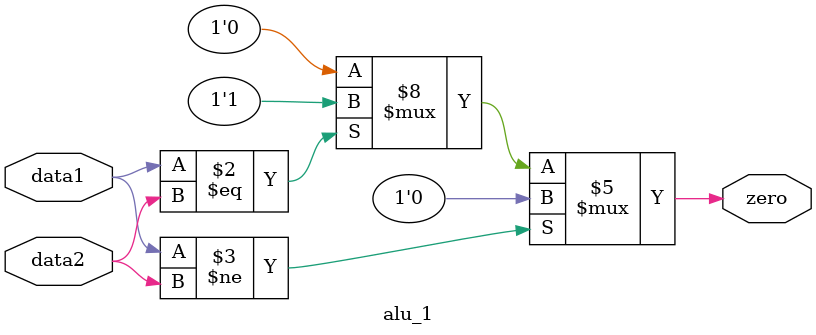
<source format=v>
`timescale 1ns / 1ps
module alu_1(data1, data2, zero);

//?????????????Input Ports?????????????????????????????

input data1;	//8 bits of data
input data2;	//8 bits of data

//?????????????Output Ports????????????????????????????

output zero; 			//returns 1 if equal

//?????????????Input ports Data Type???????????????????
// By rule all the input ports should be wires
wire data1;	//8 bits of data
wire data2;	//8 bits of data

//?????????????Output Ports Data Type??????????????????
// Output port can be a storage element (reg) or a wire
reg zero;

//??????----?-??????Instructions---???????????????--???
always begin
	zero = 0;
	if (data1 == data2)
		zero = 1;
	if (data1 != data2)
		zero = 0;
end

endmodule

</source>
